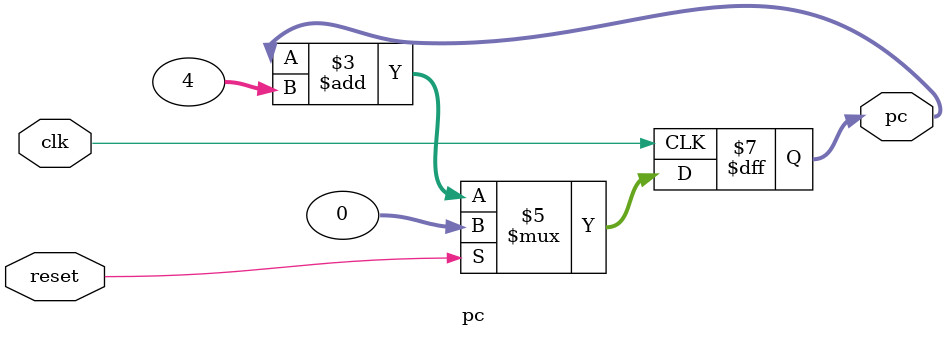
<source format=sv>
module pc(
                                input clk,                          //  Clock source
                                input reset,                        //  Reset signal
                              //  input [31:0] imm_address,           //  Immediate address for branch instructins
                              //  input [31:0] imm_address_jump,      //  Immediate address for jump instructions
                              //  input beq,                          //  control signal for enabling beq operation
                              //  input bneq,                         //  control signal for enabling bneq operation
                               // input bge,                          //  control signal for enabling bge operation
                                //input blt,                          //  control signal for enabling blt operation
                                //input jump,                         //  control signal for enabling jump operation
                                output reg [31:0] pc              //  programme counter
                                //output reg [31:0] current_pc        //  register for storing retrun address of programme counter
    );
    
/////////////////////////////////////////////////////////////////////////////////////////////////////////////////////////////////////////////////
/////////////////////////////////////////////////////// LOGIC FOR INCREMENTING PROGRAMME COUNTER /////////////////////////////////////////////   

    always@(posedge clk)
        begin
            if(reset == 1)
                begin
                    pc <= 0;
                end
            else 
            pc <= pc+4;/*if(beq == 0 && bneq == 0 && bge == 0 && blt == 0 && jump == 0)
                    pc <= pc + 4;
                    
            else if(beq == 1 || bneq == 1 || bge == 1 || blt == 1)
                    pc <= pc + imm_address;
          
            else if(jump)
                    pc <= pc + imm_address_jump;*/
         end

/////////////////////////////////////////////////////////////////////////////////////////////////////////////////////////////////////////////////
/////////////////////////////////////////////////  LOGIC FOR STORING RETURN ADDRESS OF PROGRAMME COUNTER  /////////////////////////////////////////////////////
        
      /*   always@(posedge clk)
            begin
            if(reset)
                begin
                    current_pc = 0;
                 end
                 
                else if(reset == 0 && jump == 0)
                    current_pc <= pc + 4;
                else
                    current_pc <= current_pc;
            end*/
    
endmodule



</source>
